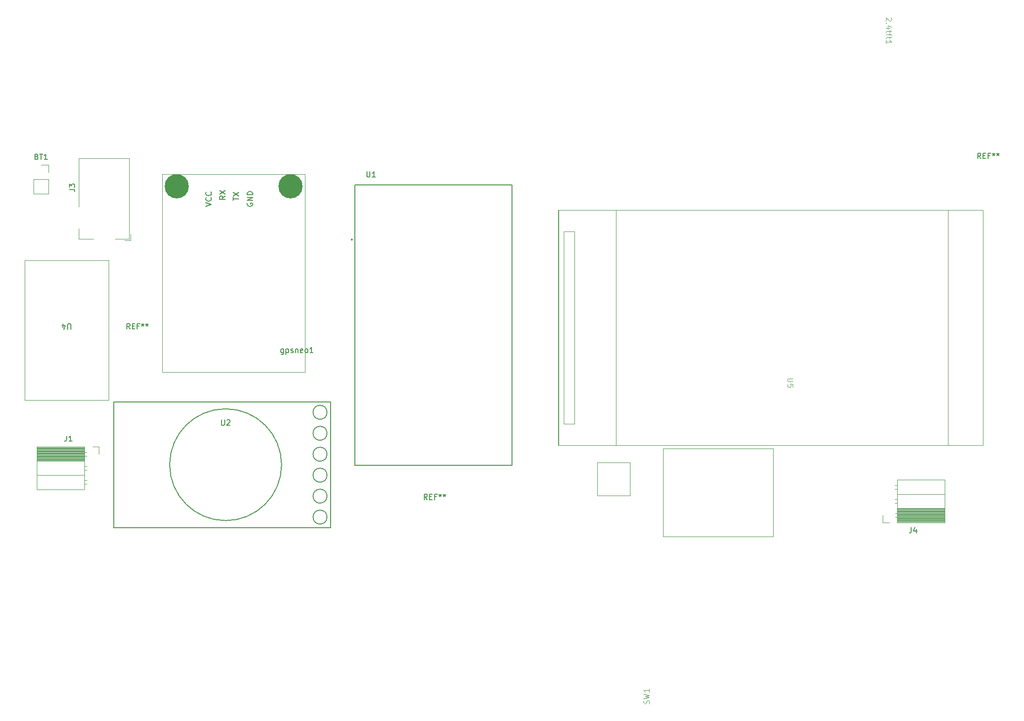
<source format=gbr>
%TF.GenerationSoftware,KiCad,Pcbnew,8.0.5*%
%TF.CreationDate,2024-09-17T15:06:14-05:00*%
%TF.ProjectId,ciclocomputador,6369636c-6f63-46f6-9d70-757461646f72,rev?*%
%TF.SameCoordinates,Original*%
%TF.FileFunction,Legend,Top*%
%TF.FilePolarity,Positive*%
%FSLAX46Y46*%
G04 Gerber Fmt 4.6, Leading zero omitted, Abs format (unit mm)*
G04 Created by KiCad (PCBNEW 8.0.5) date 2024-09-17 15:06:14*
%MOMM*%
%LPD*%
G01*
G04 APERTURE LIST*
%ADD10C,0.150000*%
%ADD11C,0.100000*%
%ADD12C,0.120000*%
%ADD13C,0.127000*%
%ADD14C,0.200000*%
%ADD15C,4.400000*%
G04 APERTURE END LIST*
D10*
X97166666Y-111754819D02*
X96833333Y-111278628D01*
X96595238Y-111754819D02*
X96595238Y-110754819D01*
X96595238Y-110754819D02*
X96976190Y-110754819D01*
X96976190Y-110754819D02*
X97071428Y-110802438D01*
X97071428Y-110802438D02*
X97119047Y-110850057D01*
X97119047Y-110850057D02*
X97166666Y-110945295D01*
X97166666Y-110945295D02*
X97166666Y-111088152D01*
X97166666Y-111088152D02*
X97119047Y-111183390D01*
X97119047Y-111183390D02*
X97071428Y-111231009D01*
X97071428Y-111231009D02*
X96976190Y-111278628D01*
X96976190Y-111278628D02*
X96595238Y-111278628D01*
X97595238Y-111231009D02*
X97928571Y-111231009D01*
X98071428Y-111754819D02*
X97595238Y-111754819D01*
X97595238Y-111754819D02*
X97595238Y-110754819D01*
X97595238Y-110754819D02*
X98071428Y-110754819D01*
X98833333Y-111231009D02*
X98500000Y-111231009D01*
X98500000Y-111754819D02*
X98500000Y-110754819D01*
X98500000Y-110754819D02*
X98976190Y-110754819D01*
X99500000Y-110754819D02*
X99500000Y-110992914D01*
X99261905Y-110897676D02*
X99500000Y-110992914D01*
X99500000Y-110992914D02*
X99738095Y-110897676D01*
X99357143Y-111183390D02*
X99500000Y-110992914D01*
X99500000Y-110992914D02*
X99642857Y-111183390D01*
X100261905Y-110754819D02*
X100261905Y-110992914D01*
X100023810Y-110897676D02*
X100261905Y-110992914D01*
X100261905Y-110992914D02*
X100500000Y-110897676D01*
X100119048Y-111183390D02*
X100261905Y-110992914D01*
X100261905Y-110992914D02*
X100404762Y-111183390D01*
X151166666Y-142754819D02*
X150833333Y-142278628D01*
X150595238Y-142754819D02*
X150595238Y-141754819D01*
X150595238Y-141754819D02*
X150976190Y-141754819D01*
X150976190Y-141754819D02*
X151071428Y-141802438D01*
X151071428Y-141802438D02*
X151119047Y-141850057D01*
X151119047Y-141850057D02*
X151166666Y-141945295D01*
X151166666Y-141945295D02*
X151166666Y-142088152D01*
X151166666Y-142088152D02*
X151119047Y-142183390D01*
X151119047Y-142183390D02*
X151071428Y-142231009D01*
X151071428Y-142231009D02*
X150976190Y-142278628D01*
X150976190Y-142278628D02*
X150595238Y-142278628D01*
X151595238Y-142231009D02*
X151928571Y-142231009D01*
X152071428Y-142754819D02*
X151595238Y-142754819D01*
X151595238Y-142754819D02*
X151595238Y-141754819D01*
X151595238Y-141754819D02*
X152071428Y-141754819D01*
X152833333Y-142231009D02*
X152500000Y-142231009D01*
X152500000Y-142754819D02*
X152500000Y-141754819D01*
X152500000Y-141754819D02*
X152976190Y-141754819D01*
X153500000Y-141754819D02*
X153500000Y-141992914D01*
X153261905Y-141897676D02*
X153500000Y-141992914D01*
X153500000Y-141992914D02*
X153738095Y-141897676D01*
X153357143Y-142183390D02*
X153500000Y-141992914D01*
X153500000Y-141992914D02*
X153642857Y-142183390D01*
X154261905Y-141754819D02*
X154261905Y-141992914D01*
X154023810Y-141897676D02*
X154261905Y-141992914D01*
X154261905Y-141992914D02*
X154500000Y-141897676D01*
X154119048Y-142183390D02*
X154261905Y-141992914D01*
X154261905Y-141992914D02*
X154404762Y-142183390D01*
X113785595Y-128247319D02*
X113785595Y-129056842D01*
X113785595Y-129056842D02*
X113833214Y-129152080D01*
X113833214Y-129152080D02*
X113880833Y-129199700D01*
X113880833Y-129199700D02*
X113976071Y-129247319D01*
X113976071Y-129247319D02*
X114166547Y-129247319D01*
X114166547Y-129247319D02*
X114261785Y-129199700D01*
X114261785Y-129199700D02*
X114309404Y-129152080D01*
X114309404Y-129152080D02*
X114357023Y-129056842D01*
X114357023Y-129056842D02*
X114357023Y-128247319D01*
X114785595Y-128342557D02*
X114833214Y-128294938D01*
X114833214Y-128294938D02*
X114928452Y-128247319D01*
X114928452Y-128247319D02*
X115166547Y-128247319D01*
X115166547Y-128247319D02*
X115261785Y-128294938D01*
X115261785Y-128294938D02*
X115309404Y-128342557D01*
X115309404Y-128342557D02*
X115357023Y-128437795D01*
X115357023Y-128437795D02*
X115357023Y-128533033D01*
X115357023Y-128533033D02*
X115309404Y-128675890D01*
X115309404Y-128675890D02*
X114737976Y-129247319D01*
X114737976Y-129247319D02*
X115357023Y-129247319D01*
D11*
X217542580Y-120738095D02*
X216733057Y-120738095D01*
X216733057Y-120738095D02*
X216637819Y-120785714D01*
X216637819Y-120785714D02*
X216590200Y-120833333D01*
X216590200Y-120833333D02*
X216542580Y-120928571D01*
X216542580Y-120928571D02*
X216542580Y-121119047D01*
X216542580Y-121119047D02*
X216590200Y-121214285D01*
X216590200Y-121214285D02*
X216637819Y-121261904D01*
X216637819Y-121261904D02*
X216733057Y-121309523D01*
X216733057Y-121309523D02*
X217542580Y-121309523D01*
X217542580Y-122261904D02*
X217542580Y-121785714D01*
X217542580Y-121785714D02*
X217066390Y-121738095D01*
X217066390Y-121738095D02*
X217114009Y-121785714D01*
X217114009Y-121785714D02*
X217161628Y-121880952D01*
X217161628Y-121880952D02*
X217161628Y-122119047D01*
X217161628Y-122119047D02*
X217114009Y-122214285D01*
X217114009Y-122214285D02*
X217066390Y-122261904D01*
X217066390Y-122261904D02*
X216971152Y-122309523D01*
X216971152Y-122309523D02*
X216733057Y-122309523D01*
X216733057Y-122309523D02*
X216637819Y-122261904D01*
X216637819Y-122261904D02*
X216590200Y-122214285D01*
X216590200Y-122214285D02*
X216542580Y-122119047D01*
X216542580Y-122119047D02*
X216542580Y-121880952D01*
X216542580Y-121880952D02*
X216590200Y-121785714D01*
X216590200Y-121785714D02*
X216637819Y-121738095D01*
D10*
X86451904Y-111775180D02*
X86451904Y-110965657D01*
X86451904Y-110965657D02*
X86404285Y-110870419D01*
X86404285Y-110870419D02*
X86356666Y-110822800D01*
X86356666Y-110822800D02*
X86261428Y-110775180D01*
X86261428Y-110775180D02*
X86070952Y-110775180D01*
X86070952Y-110775180D02*
X85975714Y-110822800D01*
X85975714Y-110822800D02*
X85928095Y-110870419D01*
X85928095Y-110870419D02*
X85880476Y-110965657D01*
X85880476Y-110965657D02*
X85880476Y-111775180D01*
X84975714Y-111441847D02*
X84975714Y-110775180D01*
X85213809Y-111822800D02*
X85451904Y-111108514D01*
X85451904Y-111108514D02*
X84832857Y-111108514D01*
X140183095Y-83109819D02*
X140183095Y-83919342D01*
X140183095Y-83919342D02*
X140230714Y-84014580D01*
X140230714Y-84014580D02*
X140278333Y-84062200D01*
X140278333Y-84062200D02*
X140373571Y-84109819D01*
X140373571Y-84109819D02*
X140564047Y-84109819D01*
X140564047Y-84109819D02*
X140659285Y-84062200D01*
X140659285Y-84062200D02*
X140706904Y-84014580D01*
X140706904Y-84014580D02*
X140754523Y-83919342D01*
X140754523Y-83919342D02*
X140754523Y-83109819D01*
X141754523Y-84109819D02*
X141183095Y-84109819D01*
X141468809Y-84109819D02*
X141468809Y-83109819D01*
X141468809Y-83109819D02*
X141373571Y-83252676D01*
X141373571Y-83252676D02*
X141278333Y-83347914D01*
X141278333Y-83347914D02*
X141183095Y-83395533D01*
X239046666Y-147804819D02*
X239046666Y-148519104D01*
X239046666Y-148519104D02*
X238999047Y-148661961D01*
X238999047Y-148661961D02*
X238903809Y-148757200D01*
X238903809Y-148757200D02*
X238760952Y-148804819D01*
X238760952Y-148804819D02*
X238665714Y-148804819D01*
X239951428Y-148138152D02*
X239951428Y-148804819D01*
X239713333Y-147757200D02*
X239475238Y-148471485D01*
X239475238Y-148471485D02*
X240094285Y-148471485D01*
X86162319Y-86383333D02*
X86876604Y-86383333D01*
X86876604Y-86383333D02*
X87019461Y-86430952D01*
X87019461Y-86430952D02*
X87114700Y-86526190D01*
X87114700Y-86526190D02*
X87162319Y-86669047D01*
X87162319Y-86669047D02*
X87162319Y-86764285D01*
X86162319Y-86002380D02*
X86162319Y-85383333D01*
X86162319Y-85383333D02*
X86543271Y-85716666D01*
X86543271Y-85716666D02*
X86543271Y-85573809D01*
X86543271Y-85573809D02*
X86590890Y-85478571D01*
X86590890Y-85478571D02*
X86638509Y-85430952D01*
X86638509Y-85430952D02*
X86733747Y-85383333D01*
X86733747Y-85383333D02*
X86971842Y-85383333D01*
X86971842Y-85383333D02*
X87067080Y-85430952D01*
X87067080Y-85430952D02*
X87114700Y-85478571D01*
X87114700Y-85478571D02*
X87162319Y-85573809D01*
X87162319Y-85573809D02*
X87162319Y-85859523D01*
X87162319Y-85859523D02*
X87114700Y-85954761D01*
X87114700Y-85954761D02*
X87067080Y-86002380D01*
X85686666Y-131159819D02*
X85686666Y-131874104D01*
X85686666Y-131874104D02*
X85639047Y-132016961D01*
X85639047Y-132016961D02*
X85543809Y-132112200D01*
X85543809Y-132112200D02*
X85400952Y-132159819D01*
X85400952Y-132159819D02*
X85305714Y-132159819D01*
X86686666Y-132159819D02*
X86115238Y-132159819D01*
X86400952Y-132159819D02*
X86400952Y-131159819D01*
X86400952Y-131159819D02*
X86305714Y-131302676D01*
X86305714Y-131302676D02*
X86210476Y-131397914D01*
X86210476Y-131397914D02*
X86115238Y-131445533D01*
X80239285Y-80411009D02*
X80382142Y-80458628D01*
X80382142Y-80458628D02*
X80429761Y-80506247D01*
X80429761Y-80506247D02*
X80477380Y-80601485D01*
X80477380Y-80601485D02*
X80477380Y-80744342D01*
X80477380Y-80744342D02*
X80429761Y-80839580D01*
X80429761Y-80839580D02*
X80382142Y-80887200D01*
X80382142Y-80887200D02*
X80286904Y-80934819D01*
X80286904Y-80934819D02*
X79905952Y-80934819D01*
X79905952Y-80934819D02*
X79905952Y-79934819D01*
X79905952Y-79934819D02*
X80239285Y-79934819D01*
X80239285Y-79934819D02*
X80334523Y-79982438D01*
X80334523Y-79982438D02*
X80382142Y-80030057D01*
X80382142Y-80030057D02*
X80429761Y-80125295D01*
X80429761Y-80125295D02*
X80429761Y-80220533D01*
X80429761Y-80220533D02*
X80382142Y-80315771D01*
X80382142Y-80315771D02*
X80334523Y-80363390D01*
X80334523Y-80363390D02*
X80239285Y-80411009D01*
X80239285Y-80411009D02*
X79905952Y-80411009D01*
X80763095Y-79934819D02*
X81334523Y-79934819D01*
X81048809Y-80934819D02*
X81048809Y-79934819D01*
X82191666Y-80934819D02*
X81620238Y-80934819D01*
X81905952Y-80934819D02*
X81905952Y-79934819D01*
X81905952Y-79934819D02*
X81810714Y-80077676D01*
X81810714Y-80077676D02*
X81715476Y-80172914D01*
X81715476Y-80172914D02*
X81620238Y-80220533D01*
D11*
X191409800Y-179833332D02*
X191457419Y-179690475D01*
X191457419Y-179690475D02*
X191457419Y-179452380D01*
X191457419Y-179452380D02*
X191409800Y-179357142D01*
X191409800Y-179357142D02*
X191362180Y-179309523D01*
X191362180Y-179309523D02*
X191266942Y-179261904D01*
X191266942Y-179261904D02*
X191171704Y-179261904D01*
X191171704Y-179261904D02*
X191076466Y-179309523D01*
X191076466Y-179309523D02*
X191028847Y-179357142D01*
X191028847Y-179357142D02*
X190981228Y-179452380D01*
X190981228Y-179452380D02*
X190933609Y-179642856D01*
X190933609Y-179642856D02*
X190885990Y-179738094D01*
X190885990Y-179738094D02*
X190838371Y-179785713D01*
X190838371Y-179785713D02*
X190743133Y-179833332D01*
X190743133Y-179833332D02*
X190647895Y-179833332D01*
X190647895Y-179833332D02*
X190552657Y-179785713D01*
X190552657Y-179785713D02*
X190505038Y-179738094D01*
X190505038Y-179738094D02*
X190457419Y-179642856D01*
X190457419Y-179642856D02*
X190457419Y-179404761D01*
X190457419Y-179404761D02*
X190505038Y-179261904D01*
X190457419Y-178928570D02*
X191457419Y-178690475D01*
X191457419Y-178690475D02*
X190743133Y-178499999D01*
X190743133Y-178499999D02*
X191457419Y-178309523D01*
X191457419Y-178309523D02*
X190457419Y-178071428D01*
X191457419Y-177166666D02*
X191457419Y-177738094D01*
X191457419Y-177452380D02*
X190457419Y-177452380D01*
X190457419Y-177452380D02*
X190600276Y-177547618D01*
X190600276Y-177547618D02*
X190695514Y-177642856D01*
X190695514Y-177642856D02*
X190743133Y-177738094D01*
X235357342Y-55166666D02*
X235404961Y-55214285D01*
X235404961Y-55214285D02*
X235452580Y-55309523D01*
X235452580Y-55309523D02*
X235452580Y-55547618D01*
X235452580Y-55547618D02*
X235404961Y-55642856D01*
X235404961Y-55642856D02*
X235357342Y-55690475D01*
X235357342Y-55690475D02*
X235262104Y-55738094D01*
X235262104Y-55738094D02*
X235166866Y-55738094D01*
X235166866Y-55738094D02*
X235024009Y-55690475D01*
X235024009Y-55690475D02*
X234452580Y-55119047D01*
X234452580Y-55119047D02*
X234452580Y-55738094D01*
X234547819Y-56166666D02*
X234500200Y-56214285D01*
X234500200Y-56214285D02*
X234452580Y-56166666D01*
X234452580Y-56166666D02*
X234500200Y-56119047D01*
X234500200Y-56119047D02*
X234547819Y-56166666D01*
X234547819Y-56166666D02*
X234452580Y-56166666D01*
X235119247Y-57071427D02*
X234452580Y-57071427D01*
X235500200Y-56833332D02*
X234785914Y-56595237D01*
X234785914Y-56595237D02*
X234785914Y-57214284D01*
X235119247Y-57452380D02*
X235119247Y-57833332D01*
X235452580Y-57595237D02*
X234595438Y-57595237D01*
X234595438Y-57595237D02*
X234500200Y-57642856D01*
X234500200Y-57642856D02*
X234452580Y-57738094D01*
X234452580Y-57738094D02*
X234452580Y-57833332D01*
X235119247Y-58023809D02*
X235119247Y-58404761D01*
X234452580Y-58166666D02*
X235309723Y-58166666D01*
X235309723Y-58166666D02*
X235404961Y-58214285D01*
X235404961Y-58214285D02*
X235452580Y-58309523D01*
X235452580Y-58309523D02*
X235452580Y-58404761D01*
X235119247Y-58595238D02*
X235119247Y-58976190D01*
X235452580Y-58738095D02*
X234595438Y-58738095D01*
X234595438Y-58738095D02*
X234500200Y-58785714D01*
X234500200Y-58785714D02*
X234452580Y-58880952D01*
X234452580Y-58880952D02*
X234452580Y-58976190D01*
X234452580Y-59833333D02*
X234452580Y-59261905D01*
X234452580Y-59547619D02*
X235452580Y-59547619D01*
X235452580Y-59547619D02*
X235309723Y-59452381D01*
X235309723Y-59452381D02*
X235214485Y-59357143D01*
X235214485Y-59357143D02*
X235166866Y-59261905D01*
D10*
X125047618Y-115388152D02*
X125047618Y-116197676D01*
X125047618Y-116197676D02*
X124999999Y-116292914D01*
X124999999Y-116292914D02*
X124952380Y-116340533D01*
X124952380Y-116340533D02*
X124857142Y-116388152D01*
X124857142Y-116388152D02*
X124714285Y-116388152D01*
X124714285Y-116388152D02*
X124619047Y-116340533D01*
X125047618Y-116007200D02*
X124952380Y-116054819D01*
X124952380Y-116054819D02*
X124761904Y-116054819D01*
X124761904Y-116054819D02*
X124666666Y-116007200D01*
X124666666Y-116007200D02*
X124619047Y-115959580D01*
X124619047Y-115959580D02*
X124571428Y-115864342D01*
X124571428Y-115864342D02*
X124571428Y-115578628D01*
X124571428Y-115578628D02*
X124619047Y-115483390D01*
X124619047Y-115483390D02*
X124666666Y-115435771D01*
X124666666Y-115435771D02*
X124761904Y-115388152D01*
X124761904Y-115388152D02*
X124952380Y-115388152D01*
X124952380Y-115388152D02*
X125047618Y-115435771D01*
X125523809Y-115388152D02*
X125523809Y-116388152D01*
X125523809Y-115435771D02*
X125619047Y-115388152D01*
X125619047Y-115388152D02*
X125809523Y-115388152D01*
X125809523Y-115388152D02*
X125904761Y-115435771D01*
X125904761Y-115435771D02*
X125952380Y-115483390D01*
X125952380Y-115483390D02*
X125999999Y-115578628D01*
X125999999Y-115578628D02*
X125999999Y-115864342D01*
X125999999Y-115864342D02*
X125952380Y-115959580D01*
X125952380Y-115959580D02*
X125904761Y-116007200D01*
X125904761Y-116007200D02*
X125809523Y-116054819D01*
X125809523Y-116054819D02*
X125619047Y-116054819D01*
X125619047Y-116054819D02*
X125523809Y-116007200D01*
X126380952Y-116007200D02*
X126476190Y-116054819D01*
X126476190Y-116054819D02*
X126666666Y-116054819D01*
X126666666Y-116054819D02*
X126761904Y-116007200D01*
X126761904Y-116007200D02*
X126809523Y-115911961D01*
X126809523Y-115911961D02*
X126809523Y-115864342D01*
X126809523Y-115864342D02*
X126761904Y-115769104D01*
X126761904Y-115769104D02*
X126666666Y-115721485D01*
X126666666Y-115721485D02*
X126523809Y-115721485D01*
X126523809Y-115721485D02*
X126428571Y-115673866D01*
X126428571Y-115673866D02*
X126380952Y-115578628D01*
X126380952Y-115578628D02*
X126380952Y-115531009D01*
X126380952Y-115531009D02*
X126428571Y-115435771D01*
X126428571Y-115435771D02*
X126523809Y-115388152D01*
X126523809Y-115388152D02*
X126666666Y-115388152D01*
X126666666Y-115388152D02*
X126761904Y-115435771D01*
X127238095Y-115388152D02*
X127238095Y-116054819D01*
X127238095Y-115483390D02*
X127285714Y-115435771D01*
X127285714Y-115435771D02*
X127380952Y-115388152D01*
X127380952Y-115388152D02*
X127523809Y-115388152D01*
X127523809Y-115388152D02*
X127619047Y-115435771D01*
X127619047Y-115435771D02*
X127666666Y-115531009D01*
X127666666Y-115531009D02*
X127666666Y-116054819D01*
X128523809Y-116007200D02*
X128428571Y-116054819D01*
X128428571Y-116054819D02*
X128238095Y-116054819D01*
X128238095Y-116054819D02*
X128142857Y-116007200D01*
X128142857Y-116007200D02*
X128095238Y-115911961D01*
X128095238Y-115911961D02*
X128095238Y-115531009D01*
X128095238Y-115531009D02*
X128142857Y-115435771D01*
X128142857Y-115435771D02*
X128238095Y-115388152D01*
X128238095Y-115388152D02*
X128428571Y-115388152D01*
X128428571Y-115388152D02*
X128523809Y-115435771D01*
X128523809Y-115435771D02*
X128571428Y-115531009D01*
X128571428Y-115531009D02*
X128571428Y-115626247D01*
X128571428Y-115626247D02*
X128095238Y-115721485D01*
X129142857Y-116054819D02*
X129047619Y-116007200D01*
X129047619Y-116007200D02*
X129000000Y-115959580D01*
X129000000Y-115959580D02*
X128952381Y-115864342D01*
X128952381Y-115864342D02*
X128952381Y-115578628D01*
X128952381Y-115578628D02*
X129000000Y-115483390D01*
X129000000Y-115483390D02*
X129047619Y-115435771D01*
X129047619Y-115435771D02*
X129142857Y-115388152D01*
X129142857Y-115388152D02*
X129285714Y-115388152D01*
X129285714Y-115388152D02*
X129380952Y-115435771D01*
X129380952Y-115435771D02*
X129428571Y-115483390D01*
X129428571Y-115483390D02*
X129476190Y-115578628D01*
X129476190Y-115578628D02*
X129476190Y-115864342D01*
X129476190Y-115864342D02*
X129428571Y-115959580D01*
X129428571Y-115959580D02*
X129380952Y-116007200D01*
X129380952Y-116007200D02*
X129285714Y-116054819D01*
X129285714Y-116054819D02*
X129142857Y-116054819D01*
X130428571Y-116054819D02*
X129857143Y-116054819D01*
X130142857Y-116054819D02*
X130142857Y-115054819D01*
X130142857Y-115054819D02*
X130047619Y-115197676D01*
X130047619Y-115197676D02*
X129952381Y-115292914D01*
X129952381Y-115292914D02*
X129857143Y-115340533D01*
X110954819Y-89433332D02*
X111954819Y-89099999D01*
X111954819Y-89099999D02*
X110954819Y-88766666D01*
X111859580Y-87861904D02*
X111907200Y-87909523D01*
X111907200Y-87909523D02*
X111954819Y-88052380D01*
X111954819Y-88052380D02*
X111954819Y-88147618D01*
X111954819Y-88147618D02*
X111907200Y-88290475D01*
X111907200Y-88290475D02*
X111811961Y-88385713D01*
X111811961Y-88385713D02*
X111716723Y-88433332D01*
X111716723Y-88433332D02*
X111526247Y-88480951D01*
X111526247Y-88480951D02*
X111383390Y-88480951D01*
X111383390Y-88480951D02*
X111192914Y-88433332D01*
X111192914Y-88433332D02*
X111097676Y-88385713D01*
X111097676Y-88385713D02*
X111002438Y-88290475D01*
X111002438Y-88290475D02*
X110954819Y-88147618D01*
X110954819Y-88147618D02*
X110954819Y-88052380D01*
X110954819Y-88052380D02*
X111002438Y-87909523D01*
X111002438Y-87909523D02*
X111050057Y-87861904D01*
X111859580Y-86861904D02*
X111907200Y-86909523D01*
X111907200Y-86909523D02*
X111954819Y-87052380D01*
X111954819Y-87052380D02*
X111954819Y-87147618D01*
X111954819Y-87147618D02*
X111907200Y-87290475D01*
X111907200Y-87290475D02*
X111811961Y-87385713D01*
X111811961Y-87385713D02*
X111716723Y-87433332D01*
X111716723Y-87433332D02*
X111526247Y-87480951D01*
X111526247Y-87480951D02*
X111383390Y-87480951D01*
X111383390Y-87480951D02*
X111192914Y-87433332D01*
X111192914Y-87433332D02*
X111097676Y-87385713D01*
X111097676Y-87385713D02*
X111002438Y-87290475D01*
X111002438Y-87290475D02*
X110954819Y-87147618D01*
X110954819Y-87147618D02*
X110954819Y-87052380D01*
X110954819Y-87052380D02*
X111002438Y-86909523D01*
X111002438Y-86909523D02*
X111050057Y-86861904D01*
X118502438Y-88861904D02*
X118454819Y-88957142D01*
X118454819Y-88957142D02*
X118454819Y-89099999D01*
X118454819Y-89099999D02*
X118502438Y-89242856D01*
X118502438Y-89242856D02*
X118597676Y-89338094D01*
X118597676Y-89338094D02*
X118692914Y-89385713D01*
X118692914Y-89385713D02*
X118883390Y-89433332D01*
X118883390Y-89433332D02*
X119026247Y-89433332D01*
X119026247Y-89433332D02*
X119216723Y-89385713D01*
X119216723Y-89385713D02*
X119311961Y-89338094D01*
X119311961Y-89338094D02*
X119407200Y-89242856D01*
X119407200Y-89242856D02*
X119454819Y-89099999D01*
X119454819Y-89099999D02*
X119454819Y-89004761D01*
X119454819Y-89004761D02*
X119407200Y-88861904D01*
X119407200Y-88861904D02*
X119359580Y-88814285D01*
X119359580Y-88814285D02*
X119026247Y-88814285D01*
X119026247Y-88814285D02*
X119026247Y-89004761D01*
X119454819Y-88385713D02*
X118454819Y-88385713D01*
X118454819Y-88385713D02*
X119454819Y-87814285D01*
X119454819Y-87814285D02*
X118454819Y-87814285D01*
X119454819Y-87338094D02*
X118454819Y-87338094D01*
X118454819Y-87338094D02*
X118454819Y-87099999D01*
X118454819Y-87099999D02*
X118502438Y-86957142D01*
X118502438Y-86957142D02*
X118597676Y-86861904D01*
X118597676Y-86861904D02*
X118692914Y-86814285D01*
X118692914Y-86814285D02*
X118883390Y-86766666D01*
X118883390Y-86766666D02*
X119026247Y-86766666D01*
X119026247Y-86766666D02*
X119216723Y-86814285D01*
X119216723Y-86814285D02*
X119311961Y-86861904D01*
X119311961Y-86861904D02*
X119407200Y-86957142D01*
X119407200Y-86957142D02*
X119454819Y-87099999D01*
X119454819Y-87099999D02*
X119454819Y-87338094D01*
X114464819Y-87566666D02*
X113988628Y-87899999D01*
X114464819Y-88138094D02*
X113464819Y-88138094D01*
X113464819Y-88138094D02*
X113464819Y-87757142D01*
X113464819Y-87757142D02*
X113512438Y-87661904D01*
X113512438Y-87661904D02*
X113560057Y-87614285D01*
X113560057Y-87614285D02*
X113655295Y-87566666D01*
X113655295Y-87566666D02*
X113798152Y-87566666D01*
X113798152Y-87566666D02*
X113893390Y-87614285D01*
X113893390Y-87614285D02*
X113941009Y-87661904D01*
X113941009Y-87661904D02*
X113988628Y-87757142D01*
X113988628Y-87757142D02*
X113988628Y-88138094D01*
X113464819Y-87233332D02*
X114464819Y-86566666D01*
X113464819Y-86566666D02*
X114464819Y-87233332D01*
X115954819Y-88361904D02*
X115954819Y-87790476D01*
X116954819Y-88076190D02*
X115954819Y-88076190D01*
X115954819Y-87552380D02*
X116954819Y-86885714D01*
X115954819Y-86885714D02*
X116954819Y-87552380D01*
X251666666Y-80754819D02*
X251333333Y-80278628D01*
X251095238Y-80754819D02*
X251095238Y-79754819D01*
X251095238Y-79754819D02*
X251476190Y-79754819D01*
X251476190Y-79754819D02*
X251571428Y-79802438D01*
X251571428Y-79802438D02*
X251619047Y-79850057D01*
X251619047Y-79850057D02*
X251666666Y-79945295D01*
X251666666Y-79945295D02*
X251666666Y-80088152D01*
X251666666Y-80088152D02*
X251619047Y-80183390D01*
X251619047Y-80183390D02*
X251571428Y-80231009D01*
X251571428Y-80231009D02*
X251476190Y-80278628D01*
X251476190Y-80278628D02*
X251095238Y-80278628D01*
X252095238Y-80231009D02*
X252428571Y-80231009D01*
X252571428Y-80754819D02*
X252095238Y-80754819D01*
X252095238Y-80754819D02*
X252095238Y-79754819D01*
X252095238Y-79754819D02*
X252571428Y-79754819D01*
X253333333Y-80231009D02*
X253000000Y-80231009D01*
X253000000Y-80754819D02*
X253000000Y-79754819D01*
X253000000Y-79754819D02*
X253476190Y-79754819D01*
X254000000Y-79754819D02*
X254000000Y-79992914D01*
X253761905Y-79897676D02*
X254000000Y-79992914D01*
X254000000Y-79992914D02*
X254238095Y-79897676D01*
X253857143Y-80183390D02*
X254000000Y-79992914D01*
X254000000Y-79992914D02*
X254142857Y-80183390D01*
X254761905Y-79754819D02*
X254761905Y-79992914D01*
X254523810Y-79897676D02*
X254761905Y-79992914D01*
X254761905Y-79992914D02*
X255000000Y-79897676D01*
X254619048Y-80183390D02*
X254761905Y-79992914D01*
X254761905Y-79992914D02*
X254904762Y-80183390D01*
%TO.C,U2*%
X132962500Y-134507500D02*
G75*
G02*
X130422500Y-134507500I-1270000J0D01*
G01*
X130422500Y-134507500D02*
G75*
G02*
X132962500Y-134507500I1270000J0D01*
G01*
X132962500Y-130697500D02*
G75*
G02*
X130422500Y-130697500I-1270000J0D01*
G01*
X130422500Y-130697500D02*
G75*
G02*
X132962500Y-130697500I1270000J0D01*
G01*
X132962500Y-126887500D02*
G75*
G02*
X130422500Y-126887500I-1270000J0D01*
G01*
X130422500Y-126887500D02*
G75*
G02*
X132962500Y-126887500I1270000J0D01*
G01*
X132962500Y-138317500D02*
G75*
G02*
X130422500Y-138317500I-1270000J0D01*
G01*
X130422500Y-138317500D02*
G75*
G02*
X132962500Y-138317500I1270000J0D01*
G01*
X132962500Y-142127500D02*
G75*
G02*
X130422500Y-142127500I-1270000J0D01*
G01*
X130422500Y-142127500D02*
G75*
G02*
X132962500Y-142127500I1270000J0D01*
G01*
X132962500Y-145937500D02*
G75*
G02*
X130422500Y-145937500I-1270000J0D01*
G01*
X130422500Y-145937500D02*
G75*
G02*
X132962500Y-145937500I1270000J0D01*
G01*
X124707500Y-136412500D02*
G75*
G02*
X104387500Y-136412500I-10160000J0D01*
G01*
X104387500Y-136412500D02*
G75*
G02*
X124707500Y-136412500I10160000J0D01*
G01*
X94227500Y-147842500D02*
X94227500Y-124982500D01*
X133597500Y-147842500D02*
X133597500Y-124982500D01*
X133597500Y-124982500D02*
X94227500Y-124982500D01*
X133597500Y-147842500D02*
X94227500Y-147842500D01*
%TO.C,U5*%
D11*
X214000000Y-133500000D02*
X194000000Y-133500000D01*
X194000000Y-149500000D01*
X214000000Y-149500000D01*
X214000000Y-133500000D01*
%TO.C,U4*%
D12*
X93310000Y-124700000D02*
X78070000Y-124700000D01*
X78070000Y-99300000D01*
X93310000Y-99300000D01*
X93310000Y-124700000D01*
D13*
%TO.C,U1*%
X166530000Y-85540000D02*
X166530000Y-136490000D01*
X166530000Y-136490000D02*
X138020000Y-136490000D01*
X138020000Y-85540000D02*
X166530000Y-85540000D01*
X138020000Y-136490000D02*
X138020000Y-85540000D01*
D14*
X137550000Y-95500000D02*
G75*
G02*
X137350000Y-95500000I-100000J0D01*
G01*
X137350000Y-95500000D02*
G75*
G02*
X137550000Y-95500000I100000J0D01*
G01*
D13*
X138020000Y-85540000D02*
X149089000Y-85540000D01*
X149089000Y-85540000D02*
X155800000Y-85540000D01*
X155800000Y-85540000D02*
X166530000Y-85540000D01*
X138020000Y-136490000D02*
X138020000Y-85540000D01*
X166530000Y-85540000D02*
X166530000Y-136490000D01*
X138020000Y-136490000D02*
X143390000Y-136490000D01*
X143390000Y-136490000D02*
X161080000Y-136490000D01*
X161080000Y-136490000D02*
X166530000Y-136490000D01*
D12*
%TO.C,J4*%
X233890000Y-146910000D02*
X233890000Y-145580000D01*
X235000000Y-146910000D02*
X233890000Y-146910000D01*
X236460000Y-140140000D02*
X236050000Y-140140000D01*
X236460000Y-140860000D02*
X236050000Y-140860000D01*
X236460000Y-142680000D02*
X236050000Y-142680000D01*
X236460000Y-143400000D02*
X236050000Y-143400000D01*
X236460000Y-145220000D02*
X236110000Y-145220000D01*
X236460000Y-145940000D02*
X236110000Y-145940000D01*
X236460000Y-146910000D02*
X236460000Y-139170000D01*
X245090000Y-139170000D02*
X236460000Y-139170000D01*
X245090000Y-141770000D02*
X236460000Y-141770000D01*
X245090000Y-144310000D02*
X236460000Y-144310000D01*
X245090000Y-144428100D02*
X236460000Y-144428100D01*
X245090000Y-144546195D02*
X236460000Y-144546195D01*
X245090000Y-144664290D02*
X236460000Y-144664290D01*
X245090000Y-144782385D02*
X236460000Y-144782385D01*
X245090000Y-144900480D02*
X236460000Y-144900480D01*
X245090000Y-145018575D02*
X236460000Y-145018575D01*
X245090000Y-145136670D02*
X236460000Y-145136670D01*
X245090000Y-145254765D02*
X236460000Y-145254765D01*
X245090000Y-145372860D02*
X236460000Y-145372860D01*
X245090000Y-145490955D02*
X236460000Y-145490955D01*
X245090000Y-145609050D02*
X236460000Y-145609050D01*
X245090000Y-145727145D02*
X236460000Y-145727145D01*
X245090000Y-145845240D02*
X236460000Y-145845240D01*
X245090000Y-145963335D02*
X236460000Y-145963335D01*
X245090000Y-146081430D02*
X236460000Y-146081430D01*
X245090000Y-146199525D02*
X236460000Y-146199525D01*
X245090000Y-146317620D02*
X236460000Y-146317620D01*
X245090000Y-146435715D02*
X236460000Y-146435715D01*
X245090000Y-146553810D02*
X236460000Y-146553810D01*
X245090000Y-146671905D02*
X236460000Y-146671905D01*
X245090000Y-146790000D02*
X236460000Y-146790000D01*
X245090000Y-146910000D02*
X236460000Y-146910000D01*
X245090000Y-146910000D02*
X245090000Y-139170000D01*
%TO.C,J3*%
X97057500Y-80700000D02*
X97057500Y-95400000D01*
X87857500Y-80700000D02*
X97057500Y-80700000D01*
X87857500Y-89500000D02*
X87857500Y-80700000D01*
X97257500Y-94550000D02*
X97257500Y-95600000D01*
X97057500Y-95400000D02*
X94457500Y-95400000D01*
X90557500Y-95400000D02*
X87857500Y-95400000D01*
X87857500Y-95400000D02*
X87857500Y-93500000D01*
X96207500Y-95600000D02*
X97257500Y-95600000D01*
%TO.C,J1*%
X80310000Y-133145000D02*
X80310000Y-140885000D01*
X80310000Y-133145000D02*
X88940000Y-133145000D01*
X80310000Y-133265000D02*
X88940000Y-133265000D01*
X80310000Y-133383095D02*
X88940000Y-133383095D01*
X80310000Y-133501190D02*
X88940000Y-133501190D01*
X80310000Y-133619285D02*
X88940000Y-133619285D01*
X80310000Y-133737380D02*
X88940000Y-133737380D01*
X80310000Y-133855475D02*
X88940000Y-133855475D01*
X80310000Y-133973570D02*
X88940000Y-133973570D01*
X80310000Y-134091665D02*
X88940000Y-134091665D01*
X80310000Y-134209760D02*
X88940000Y-134209760D01*
X80310000Y-134327855D02*
X88940000Y-134327855D01*
X80310000Y-134445950D02*
X88940000Y-134445950D01*
X80310000Y-134564045D02*
X88940000Y-134564045D01*
X80310000Y-134682140D02*
X88940000Y-134682140D01*
X80310000Y-134800235D02*
X88940000Y-134800235D01*
X80310000Y-134918330D02*
X88940000Y-134918330D01*
X80310000Y-135036425D02*
X88940000Y-135036425D01*
X80310000Y-135154520D02*
X88940000Y-135154520D01*
X80310000Y-135272615D02*
X88940000Y-135272615D01*
X80310000Y-135390710D02*
X88940000Y-135390710D01*
X80310000Y-135508805D02*
X88940000Y-135508805D01*
X80310000Y-135626900D02*
X88940000Y-135626900D01*
X80310000Y-135745000D02*
X88940000Y-135745000D01*
X80310000Y-138285000D02*
X88940000Y-138285000D01*
X80310000Y-140885000D02*
X88940000Y-140885000D01*
X88940000Y-133145000D02*
X88940000Y-140885000D01*
X88940000Y-134115000D02*
X89290000Y-134115000D01*
X88940000Y-134835000D02*
X89290000Y-134835000D01*
X88940000Y-136655000D02*
X89350000Y-136655000D01*
X88940000Y-137375000D02*
X89350000Y-137375000D01*
X88940000Y-139195000D02*
X89350000Y-139195000D01*
X88940000Y-139915000D02*
X89350000Y-139915000D01*
X90400000Y-133145000D02*
X91510000Y-133145000D01*
X91510000Y-133145000D02*
X91510000Y-134475000D01*
%TO.C,BT1*%
X79695000Y-84520000D02*
X79695000Y-87120000D01*
X79695000Y-84520000D02*
X82355000Y-84520000D01*
X79695000Y-87120000D02*
X82355000Y-87120000D01*
X81025000Y-81920000D02*
X82355000Y-81920000D01*
X82355000Y-81920000D02*
X82355000Y-83250000D01*
X82355000Y-84520000D02*
X82355000Y-87120000D01*
%TO.C,SW1*%
D11*
X182000000Y-142000000D02*
X188000000Y-142000000D01*
X188000000Y-136000000D01*
X182000000Y-136000000D01*
X182000000Y-142000000D01*
%TO.C,2.4tft1*%
X177910000Y-94000000D02*
X175910000Y-94000000D01*
X175910000Y-129000000D01*
X177910000Y-129000000D01*
X177910000Y-94000000D01*
X185410000Y-90140000D02*
X175000000Y-90140000D01*
X175000000Y-132860000D01*
X185410000Y-132860000D01*
X185410000Y-90140000D01*
X245670000Y-90140000D02*
X185410000Y-90140000D01*
X185410000Y-132860000D01*
X245670000Y-132860000D01*
X245670000Y-90140000D01*
X252090000Y-90140000D02*
X174910000Y-90140000D01*
X174910000Y-132860000D01*
X252090000Y-132860000D01*
X252090000Y-90140000D01*
X174910000Y-90140000D02*
X174910000Y-95500000D01*
%TO.C,gpsneo1*%
X103050000Y-119600000D02*
X128950000Y-119600000D01*
X128950000Y-83600000D01*
X103050000Y-83600000D01*
X103050000Y-119600000D01*
%TD*%
D15*
%TO.C,gpsneo1*%
X105700000Y-85800000D03*
X126300000Y-85800000D03*
%TD*%
M02*

</source>
